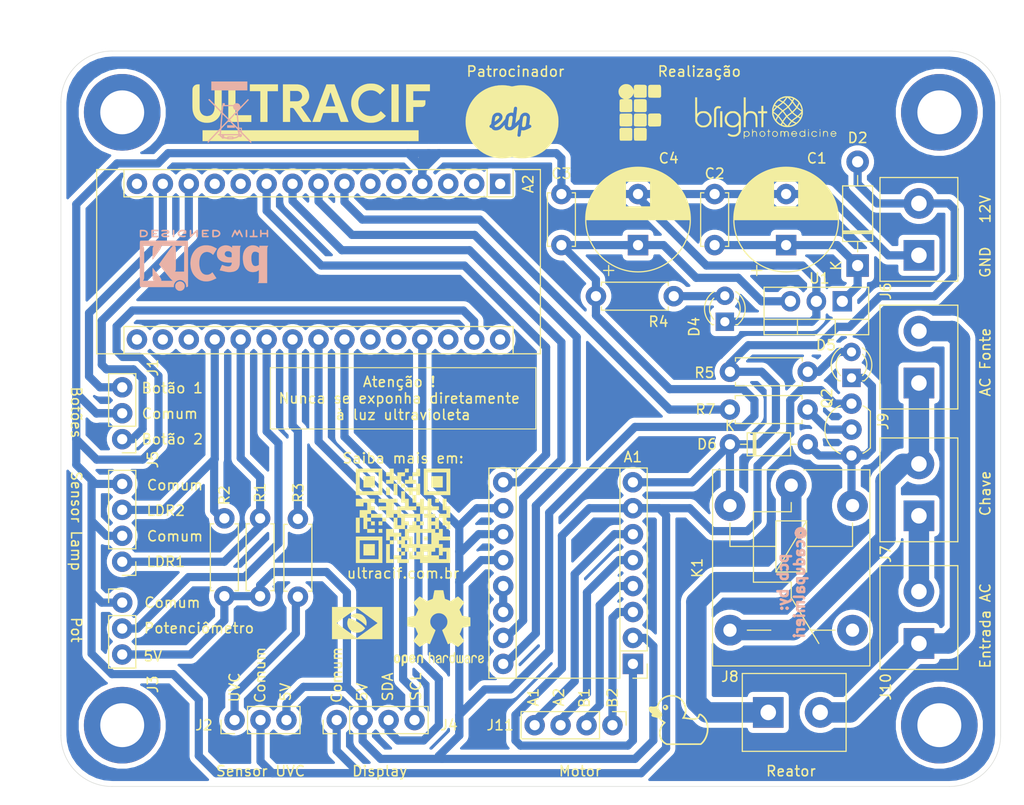
<source format=kicad_pcb>
(kicad_pcb (version 20171130) (host pcbnew "(5.1.5-0-10_14)")
  (layers (0 F.Cu signal hide) (31 B.Cu signal) (34 B.Paste user) (35 F.Paste user) (36 B.SilkS user) (37 F.SilkS user hide) (38 B.Mask user) (39 F.Mask user) (44 Edge.Cuts user))
  (net 0 "")
  (net 1 +12V)
  (net 2 GND)
  (net 3 dir)
  (net 4 step)
  (net 5 "Net-(A1-Pad13)")
  (net 6 "Net-(A1-Pad6)")
  (net 7 "Net-(A1-Pad5)")
  (net 8 "Net-(A1-Pad4)")
  (net 9 "Net-(A1-Pad3)")
  (net 10 +5V)
  (net 11 enable)
  (net 12 lamp)
  (net 13 sda)
  (net 14 scl)
  (net 15 bt1)
  (net 16 bt0)
  (net 17 uv_sens)
  (net 18 pot)
  (net 19 "Net-(C1-Pad1)")
  (net 20 "Net-(D4-Pad2)")
  (net 21 "Net-(D5-Pad2)")
  (net 22 "Net-(D5-Pad1)")
  (net 23 "Net-(Q2-Pad2)")
  (net 24 sensor2)
  (net 25 sensor1)
  (net 26 "Net-(J7-Pad2)")
  (net 27 "Net-(J10-Pad2)")
  (net 28 "Net-(J10-Pad1)")
  (net 29 "Net-(J8-Pad1)")
  (net 30 "Net-(J2-Pad1)")
  (module UltraCif:duck (layer F.Cu) (at 195.5 173.5)
    (fp_text reference G*** hide)
    (fp_text value LOGO hide)
  )
  (module UltraCif:qr (layer F.Cu) (at 168.5 153.5)
    (fp_text reference G*** hide)
    (fp_text value LOGO hide)
  )
  (module Graphics:bandeiraBrasil (layer F.Cu) (at 164 164)
    (fp_text reference G*** hide)
    (fp_text value LOGO hide)
  )
  (module Symbol:KiCad-Logo2_5mm_SilkScreen (layer B.Cu) (at 149 128.5)
    (fp_text reference REF** hide)
    (fp_text value KiCad-Logo2_5mm_SilkScreen hide)
  )
  (module Symbol:WEEE-Logo_4.2x6mm_SilkScreen (layer B.Cu) (at 151.5 114)
    (fp_text reference REF** hide)
    (fp_text value WEEE-Logo_4.2x6mm_SilkScreen hide)
  )
  (module UltraCif:ultra23 (layer F.Cu) (at 159.5 114)
    (fp_text reference G*** hide)
    (fp_text value LOGO hide)
  )
  (module Module:Arduino_Nano (layer F.Cu) (at 178 121 270)
    (fp_text reference A2 (at 0 -2.75 90) (layer F.SilkS))
    (fp_text value Arduino_Nano)
    (pad 16 thru_hole oval (at 15.24 35.56 270) (size 2 2) (drill 1) (layers *.Cu *.Mask))
    (pad 15 thru_hole oval (at 0 35.56 270) (size 2 2) (drill 1) (layers *.Cu *.Mask))
    (pad 30 thru_hole oval (at 15.24 0 270) (size 2 2) (drill 1) (layers *.Cu *.Mask))
    (pad 14 thru_hole oval (at 0 33.02 270) (size 2 2) (drill 1) (layers *.Cu *.Mask) (net 15 bt1))
    (pad 29 thru_hole oval (at 15.24 2.54 270) (size 2 2) (drill 1) (layers *.Cu *.Mask) (net 2 GND))
    (pad 13 thru_hole oval (at 0 30.48 270) (size 2 2) (drill 1) (layers *.Cu *.Mask) (net 16 bt0))
    (pad 28 thru_hole oval (at 15.24 5.08 270) (size 2 2) (drill 1) (layers *.Cu *.Mask))
    (pad 12 thru_hole oval (at 0 27.94 270) (size 2 2) (drill 1) (layers *.Cu *.Mask))
    (pad 27 thru_hole oval (at 15.24 7.62 270) (size 2 2) (drill 1) (layers *.Cu *.Mask) (net 10 +5V))
    (pad 11 thru_hole oval (at 0 25.4 270) (size 2 2) (drill 1) (layers *.Cu *.Mask))
    (pad 26 thru_hole oval (at 15.24 10.16 270) (size 2 2) (drill 1) (layers *.Cu *.Mask))
    (pad 10 thru_hole oval (at 0 22.86 270) (size 2 2) (drill 1) (layers *.Cu *.Mask) (net 11 enable))
    (pad 25 thru_hole oval (at 15.24 12.7 270) (size 2 2) (drill 1) (layers *.Cu *.Mask))
    (pad 9 thru_hole oval (at 0 20.32 270) (size 2 2) (drill 1) (layers *.Cu *.Mask) (net 4 step))
    (pad 24 thru_hole oval (at 15.24 15.24 270) (size 2 2) (drill 1) (layers *.Cu *.Mask) (net 13 sda))
    (pad 8 thru_hole oval (at 0 17.78 270) (size 2 2) (drill 1) (layers *.Cu *.Mask) (net 3 dir))
    (pad 23 thru_hole oval (at 15.24 17.78 270) (size 2 2) (drill 1) (layers *.Cu *.Mask) (net 14 scl))
    (pad 7 thru_hole oval (at 0 15.24 270) (size 2 2) (drill 1) (layers *.Cu *.Mask) (net 12 lamp))
    (pad 22 thru_hole oval (at 15.24 20.32 270) (size 2 2) (drill 1) (layers *.Cu *.Mask) (net 17 uv_sens))
    (pad 6 thru_hole oval (at 0 12.7 270) (size 2 2) (drill 1) (layers *.Cu *.Mask))
    (pad 21 thru_hole oval (at 15.24 22.86 270) (size 2 2) (drill 1) (layers *.Cu *.Mask) (net 18 pot))
    (pad 5 thru_hole oval (at 0 10.16 270) (size 2 2) (drill 1) (layers *.Cu *.Mask))
    (pad 20 thru_hole oval (at 15.24 25.4 270) (size 2 2) (drill 1) (layers *.Cu *.Mask) (net 25 sensor1))
    (pad 4 thru_hole oval (at 0 7.62 270) (size 2 2) (drill 1) (layers *.Cu *.Mask) (net 2 GND))
    (pad 19 thru_hole oval (at 15.24 27.94 270) (size 2 2) (drill 1) (layers *.Cu *.Mask) (net 24 sensor2))
    (pad 3 thru_hole oval (at 0 5.08 270) (size 2 2) (drill 1) (layers *.Cu *.Mask))
    (pad 18 thru_hole oval (at 15.24 30.48 270) (size 2 2) (drill 1) (layers *.Cu *.Mask))
    (pad 2 thru_hole oval (at 0 2.54 270) (size 2 2) (drill 1) (layers *.Cu *.Mask))
    (pad 17 thru_hole oval (at 15.24 33.02 270) (size 2 2) (drill 1) (layers *.Cu *.Mask))
    (pad 1 thru_hole rect (at 0 0 270) (size 2 2) (drill 1) (layers *.Cu *.Mask))
  )
  (module Resistor_THT:R_Axial_DIN0207_L6.3mm_D2.5mm_P7.62mm_Horizontal (layer F.Cu) (at 158.2 153.8 270)
    (fp_text reference R3 (at -2.55 -0.05 90) (layer F.SilkS))
    (fp_text value R)
    (pad 2 thru_hole oval (at 7.62 0 270) (size 2 2) (drill 1) (layers *.Cu *.Mask) (net 30 "Net-(J2-Pad1)"))
    (pad 1 thru_hole oval (at 0 0 270) (size 2 2) (drill 1) (layers *.Cu *.Mask) (net 17 uv_sens))
  )
  (module Connector_PinHeader_2.54mm:PinHeader_1x03_P2.54mm_Vertical (layer F.Cu) (at 141 162)
    (fp_text reference J3 (at 3 8 270) (layer F.SilkS))
    (fp_text value Conn_01x03)
    (pad 3 thru_hole oval (at 0 5.08) (size 2 2) (drill 1) (layers *.Cu *.Mask) (net 10 +5V))
    (pad 2 thru_hole oval (at 0 2.54) (size 2 2) (drill 1) (layers *.Cu *.Mask) (net 18 pot))
    (pad 1 thru_hole oval (at 0 0) (size 2 2) (drill 1) (layers *.Cu *.Mask) (net 2 GND))
  )
  (module Connector_PinHeader_2.54mm:PinHeader_1x04_P2.54mm_Vertical (layer F.Cu) (at 141 158 180)
    (fp_text reference J5 (at -3 10 90) (layer F.SilkS))
    (fp_text value Conn_01x04)
    (pad 4 thru_hole oval (at 0 7.62 180) (size 2 2) (drill 1) (layers *.Cu *.Mask) (net 2 GND))
    (pad 3 thru_hole oval (at 0 5.08 180) (size 2 2) (drill 1) (layers *.Cu *.Mask) (net 24 sensor2))
    (pad 2 thru_hole oval (at 0 2.54 180) (size 2 2) (drill 1) (layers *.Cu *.Mask) (net 2 GND))
    (pad 1 thru_hole oval (at 0 0 180) (size 2 2) (drill 1) (layers *.Cu *.Mask) (net 25 sensor1))
  )
  (module Package_TO_SOT_THT:TO-92_Inline_Wide (layer F.Cu) (at 212.4 147.6 90)
    (fp_text reference Q2 (at 5.6 -2.4 90) (layer F.SilkS))
    (fp_text value BC337)
    (pad 1 thru_hole oval (at 0 0 90) (size 2 2) (drill 1) (layers *.Cu *.Mask) (net 22 "Net-(D5-Pad1)"))
    (pad 3 thru_hole oval (at 5.08 0 90) (size 2 2) (drill 1) (layers *.Cu *.Mask) (net 2 GND))
    (pad 2 thru_hole oval (at 2.54 0 90) (size 2 2) (drill 1) (layers *.Cu *.Mask) (net 23 "Net-(Q2-Pad2)"))
  )
  (module Connector_PinHeader_2.54mm:PinHeader_1x04_P2.54mm_Vertical (layer F.Cu) (at 189 174 270)
    (fp_text reference J11 (at 0 11 180) (layer F.SilkS))
    (fp_text value Conn_01x04)
    (pad 4 thru_hole oval (at 0 7.62 270) (size 2 2) (drill 1) (layers *.Cu *.Mask) (net 6 "Net-(A1-Pad6)"))
    (pad 3 thru_hole oval (at 0 5.08 270) (size 2 2) (drill 1) (layers *.Cu *.Mask) (net 7 "Net-(A1-Pad5)"))
    (pad 2 thru_hole oval (at 0 2.54 270) (size 2 2) (drill 1) (layers *.Cu *.Mask) (net 8 "Net-(A1-Pad4)"))
    (pad 1 thru_hole oval (at 0 0 270) (size 2 2) (drill 1) (layers *.Cu *.Mask) (net 9 "Net-(A1-Pad3)"))
  )
  (module Resistor_THT:R_Axial_DIN0207_L6.3mm_D2.5mm_P7.62mm_Horizontal (layer F.Cu) (at 195 132 180)
    (fp_text reference R4 (at 1.5 -2.5) (layer F.SilkS))
    (fp_text value R)
    (pad 2 thru_hole oval (at 7.62 0 180) (size 2 2) (drill 1) (layers *.Cu *.Mask) (net 10 +5V))
    (pad 1 thru_hole oval (at 0 0 180) (size 2 2) (drill 1) (layers *.Cu *.Mask) (net 20 "Net-(D4-Pad2)"))
  )
  (module Module:Pololu_Breakout-16_15.2x20.3mm (layer F.Cu) (at 191 168 180)
    (fp_text reference A1 (at 0 20.25) (layer F.SilkS))
    (fp_text value Step_Driver)
    (pad 16 thru_hole oval (at 12.7 0 180) (size 2 2) (drill 1) (layers *.Cu *.Mask) (net 3 dir))
    (pad 8 thru_hole oval (at 0 17.78 180) (size 2 2) (drill 1) (layers *.Cu *.Mask) (net 1 +12V))
    (pad 15 thru_hole oval (at 12.7 2.54 180) (size 2 2) (drill 1) (layers *.Cu *.Mask) (net 4 step))
    (pad 7 thru_hole oval (at 0 15.24 180) (size 2 2) (drill 1) (layers *.Cu *.Mask) (net 2 GND))
    (pad 14 thru_hole oval (at 12.7 5.08 180) (size 2 2) (drill 1) (layers *.Cu *.Mask) (net 5 "Net-(A1-Pad13)"))
    (pad 6 thru_hole oval (at 0 12.7 180) (size 2 2) (drill 1) (layers *.Cu *.Mask) (net 6 "Net-(A1-Pad6)"))
    (pad 13 thru_hole oval (at 12.7 7.62 180) (size 2 2) (drill 1) (layers *.Cu *.Mask) (net 5 "Net-(A1-Pad13)"))
    (pad 5 thru_hole oval (at 0 10.16 180) (size 2 2) (drill 1) (layers *.Cu *.Mask) (net 7 "Net-(A1-Pad5)"))
    (pad 12 thru_hole oval (at 12.7 10.16 180) (size 2 2) (drill 1) (layers *.Cu *.Mask) (net 10 +5V))
    (pad 4 thru_hole oval (at 0 7.62 180) (size 2 2) (drill 1) (layers *.Cu *.Mask) (net 8 "Net-(A1-Pad4)"))
    (pad 11 thru_hole oval (at 12.7 12.7 180) (size 2 2) (drill 1) (layers *.Cu *.Mask) (net 10 +5V))
    (pad 3 thru_hole oval (at 0 5.08 180) (size 2 2) (drill 1) (layers *.Cu *.Mask) (net 9 "Net-(A1-Pad3)"))
    (pad 10 thru_hole oval (at 12.7 15.24 180) (size 2 2) (drill 1) (layers *.Cu *.Mask) (net 10 +5V))
    (pad 2 thru_hole oval (at 0 2.54 180) (size 2 2) (drill 1) (layers *.Cu *.Mask) (net 10 +5V))
    (pad 9 thru_hole oval (at 12.7 17.78 180) (size 2 2) (drill 1) (layers *.Cu *.Mask) (net 11 enable))
    (pad 1 thru_hole rect (at 0 0 180) (size 2 2) (drill 1) (layers *.Cu *.Mask) (net 2 GND))
  )
  (module Connector_PinHeader_2.54mm:PinHeader_1x03_P2.54mm_Vertical (layer F.Cu) (at 152 173.5 90)
    (fp_text reference J2 (at -0.5 -3 180) (layer F.SilkS))
    (fp_text value Conn_01x03)
    (pad 3 thru_hole oval (at 0 5.08 90) (size 2 2) (drill 1) (layers *.Cu *.Mask) (net 10 +5V))
    (pad 2 thru_hole oval (at 0 2.54 90) (size 2 2) (drill 1) (layers *.Cu *.Mask) (net 2 GND))
    (pad 1 thru_hole oval (at 0 0 90) (size 2 2) (drill 1) (layers *.Cu *.Mask) (net 30 "Net-(J2-Pad1)"))
  )
  (module Connector_PinHeader_2.54mm:PinHeader_1x03_P2.54mm_Vertical (layer F.Cu) (at 141 146 180)
    (fp_text reference J1 (at -3 7 270) (layer F.SilkS))
    (fp_text value Conn_01x03)
    (pad 3 thru_hole oval (at 0 5.08 180) (size 2 2) (drill 1) (layers *.Cu *.Mask) (net 15 bt1))
    (pad 2 thru_hole oval (at 0 2.54 180) (size 2 2) (drill 1) (layers *.Cu *.Mask) (net 2 GND))
    (pad 1 thru_hole oval (at 0 0 180) (size 2 2) (drill 1) (layers *.Cu *.Mask) (net 16 bt0))
  )
  (module TerminalBlock:TerminalBlock_bornier-2_P5.08mm (layer F.Cu) (at 219 153.5 90)
    (fp_text reference J7 (at -3.75 -3.25 90) (layer F.SilkS))
    (fp_text value Conn_01x02)
    (pad 2 thru_hole circle (at 5.08 0 90) (size 3 3) (drill 1.52) (layers *.Cu *.Mask) (net 26 "Net-(J7-Pad2)"))
    (pad 1 thru_hole rect (at 0 0 90) (size 3 3) (drill 1.52) (layers *.Cu *.Mask) (net 27 "Net-(J10-Pad2)"))
  )
  (module TerminalBlock:TerminalBlock_bornier-2_P5.08mm (layer F.Cu) (at 204.25 172.75)
    (fp_text reference J8 (at -3.75 -3.5) (layer F.SilkS))
    (fp_text value Conn_01x02)
    (pad 2 thru_hole circle (at 5.08 0) (size 3 3) (drill 1.52) (layers *.Cu *.Mask) (net 28 "Net-(J10-Pad1)"))
    (pad 1 thru_hole rect (at 0 0) (size 3 3) (drill 1.52) (layers *.Cu *.Mask) (net 29 "Net-(J8-Pad1)"))
  )
  (module TerminalBlock:TerminalBlock_bornier-2_P5.08mm (layer F.Cu) (at 219 128 90)
    (fp_text reference J6 (at -3.5 -3.25 90) (layer F.SilkS))
    (fp_text value Conn_01x02)
    (pad 2 thru_hole circle (at 5.08 0 90) (size 3 3) (drill 1.52) (layers *.Cu *.Mask) (net 1 +12V))
    (pad 1 thru_hole rect (at 0 0 90) (size 3 3) (drill 1.52) (layers *.Cu *.Mask) (net 2 GND))
  )
  (module TerminalBlock:TerminalBlock_bornier-2_P5.08mm (layer F.Cu) (at 219 140.5 90)
    (fp_text reference J9 (at -3.75 -3.5 90) (layer F.SilkS))
    (fp_text value Conn_01x02)
    (pad 2 thru_hole circle (at 5.08 0 90) (size 3 3) (drill 1.52) (layers *.Cu *.Mask) (net 28 "Net-(J10-Pad1)"))
    (pad 1 thru_hole rect (at 0 0 90) (size 3 3) (drill 1.52) (layers *.Cu *.Mask) (net 26 "Net-(J7-Pad2)"))
  )
  (module TerminalBlock:TerminalBlock_bornier-2_P5.08mm (layer F.Cu) (at 219 166 90)
    (fp_text reference J10 (at -4.25 -3.25 90) (layer F.SilkS))
    (fp_text value Conn_01x02)
    (pad 2 thru_hole circle (at 5.08 0 90) (size 3 3) (drill 1.52) (layers *.Cu *.Mask) (net 27 "Net-(J10-Pad2)"))
    (pad 1 thru_hole rect (at 0 0 90) (size 3 3) (drill 1.52) (layers *.Cu *.Mask) (net 28 "Net-(J10-Pad1)"))
  )
  (module Connector_PinHeader_2.54mm:PinHeader_1x04_P2.54mm_Vertical (layer F.Cu) (at 162 173.5 90)
    (fp_text reference J4 (at -0.5 11 180) (layer F.SilkS))
    (fp_text value Conn_01x04)
    (pad 4 thru_hole oval (at 0 7.62 90) (size 2 2) (drill 1) (layers *.Cu *.Mask) (net 14 scl))
    (pad 3 thru_hole oval (at 0 5.08 90) (size 2 2) (drill 1) (layers *.Cu *.Mask) (net 13 sda))
    (pad 2 thru_hole oval (at 0 2.54 90) (size 2 2) (drill 1) (layers *.Cu *.Mask) (net 10 +5V))
    (pad 1 thru_hole oval (at 0 0 90) (size 2 2) (drill 1) (layers *.Cu *.Mask) (net 2 GND))
  )
  (module UltraCif:bright (layer F.Cu) (at 204 114.5)
    (fp_text reference G*** hide)
    (fp_text value LOGO hide)
  )
  (module UltraCif:if (layer F.Cu) (at 192 114)
    (fp_text reference G*** hide)
    (fp_text value LOGO hide)
  )
  (module Symbol:OSHW-Logo2_9.8x8mm_SilkScreen (layer F.Cu) (at 172 164.5)
    (fp_text reference REF** hide)
    (fp_text value OSHW-Logo2_9.8x8mm_SilkScreen hide)
  )
  (module MountingHole:MountingHole_4.3mm_M4_DIN965_Pad (layer F.Cu) (at 141 174)
    (fp_text reference REF** hide)
    (fp_text value MountingHole_4.3mm_M4_DIN965_Pad)
    (pad 1 thru_hole circle (at 0 0) (size 7.5 7.5) (drill 4.3) (layers *.Cu *.Mask))
  )
  (module MountingHole:MountingHole_4.3mm_M4_DIN965_Pad (layer F.Cu) (at 141 114)
    (fp_text reference REF** hide)
    (fp_text value MountingHole_4.3mm_M4_DIN965_Pad)
    (pad 1 thru_hole circle (at 0 0) (size 7.5 7.5) (drill 4.3) (layers *.Cu *.Mask))
  )
  (module MountingHole:MountingHole_4.3mm_M4_DIN965_Pad (layer F.Cu) (at 221 114)
    (fp_text reference REF** hide)
    (fp_text value MountingHole_4.3mm_M4_DIN965_Pad)
    (pad 1 thru_hole circle (at 0 0) (size 7.5 7.5) (drill 4.3) (layers *.Cu *.Mask))
  )
  (module MountingHole:MountingHole_4.3mm_M4_DIN965_Pad (layer F.Cu) (at 221 174)
    (fp_text reference REF** hide)
    (fp_text value MountingHole_4.3mm_M4_DIN965_Pad)
    (pad 1 thru_hole circle (at 0 0) (size 7.5 7.5) (drill 4.3) (layers *.Cu *.Mask))
  )
  (module UltraCif:edp (layer F.Cu) (at 179 116)
    (fp_text reference G*** hide)
    (fp_text value LOGO hide)
  )
  (module Resistor_THT:R_Axial_DIN0207_L6.3mm_D2.5mm_P7.62mm_Horizontal (layer F.Cu) (at 154.5 153.75 270)
    (fp_text reference R2 (at -2.25 3.5 270) (layer F.SilkS))
    (fp_text value R)
    (pad 2 thru_hole oval (at 7.62 0 270) (size 2 2) (drill 1) (layers *.Cu *.Mask) (net 10 +5V))
    (pad 1 thru_hole oval (at 0 0 270) (size 2 2) (drill 1) (layers *.Cu *.Mask) (net 25 sensor1))
  )
  (module Resistor_THT:R_Axial_DIN0207_L6.3mm_D2.5mm_P7.62mm_Horizontal (layer F.Cu) (at 151 153.75 270)
    (fp_text reference R1 (at -2.5 -3.5 90) (layer F.SilkS))
    (fp_text value R)
    (pad 2 thru_hole oval (at 7.62 0 270) (size 2 2) (drill 1) (layers *.Cu *.Mask) (net 10 +5V))
    (pad 1 thru_hole oval (at 0 0 270) (size 2 2) (drill 1) (layers *.Cu *.Mask) (net 24 sensor2))
  )
  (module Package_TO_SOT_THT:TO-220-3_Vertical (layer F.Cu) (at 211.5 132.5 180)
    (fp_text reference U1 (at 2.25 2.25 180) (layer F.SilkS))
    (fp_text value L7805)
    (pad 3 thru_hole oval (at 5.08 0 180) (size 1.905 2) (drill 1.1) (layers *.Cu *.Mask) (net 10 +5V))
    (pad 2 thru_hole oval (at 2.54 0 180) (size 1.905 2) (drill 1.1) (layers *.Cu *.Mask) (net 2 GND))
    (pad 1 thru_hole rect (at 0 0 180) (size 1.905 2) (drill 1.1) (layers *.Cu *.Mask) (net 19 "Net-(C1-Pad1)"))
  )
  (module Resistor_THT:R_Axial_DIN0207_L6.3mm_D2.5mm_P7.62mm_Horizontal (layer F.Cu) (at 200.5 139.4)
    (fp_text reference R5 (at -2.5 0.1) (layer F.SilkS))
    (fp_text value R)
    (pad 2 thru_hole oval (at 7.62 0) (size 2 2) (drill 1) (layers *.Cu *.Mask) (net 21 "Net-(D5-Pad2)"))
    (pad 1 thru_hole oval (at 0 0) (size 2 2) (drill 1) (layers *.Cu *.Mask) (net 1 +12V))
  )
  (module Diode_THT:D_DO-35_SOD27_P7.62mm_Horizontal (layer F.Cu) (at 200.5 146.5)
    (fp_text reference D6 (at -2.25 0) (layer F.SilkS))
    (fp_text value 1N4148)
    (fp_text user K (at 0 -1.8) (layer F.SilkS))
    (pad 2 thru_hole oval (at 7.62 0) (size 2 2) (drill 1) (layers *.Cu *.Mask) (net 22 "Net-(D5-Pad1)"))
    (pad 1 thru_hole oval (at 0 0) (size 2 2) (drill 1) (layers *.Cu *.Mask) (net 1 +12V))
  )
  (module LED_THT:LED_D3.0mm (layer F.Cu) (at 212.4 140 90)
    (fp_text reference D5 (at 3.2 -2.5 180) (layer F.SilkS))
    (fp_text value LED)
    (pad 2 thru_hole circle (at 2.54 0 90) (size 1.8 1.8) (drill 0.9) (layers *.Cu *.Mask) (net 21 "Net-(D5-Pad2)"))
    (pad 1 thru_hole rect (at 0 0 90) (size 1.8 1.8) (drill 0.9) (layers *.Cu *.Mask) (net 22 "Net-(D5-Pad1)"))
  )
  (module LED_THT:LED_D3.0mm (layer F.Cu) (at 200 134.5 90)
    (fp_text reference D4 (at -0.5 -3 90) (layer F.SilkS))
    (fp_text value LED)
    (pad 2 thru_hole circle (at 2.54 0 90) (size 1.8 1.8) (drill 0.9) (layers *.Cu *.Mask) (net 20 "Net-(D4-Pad2)"))
    (pad 1 thru_hole rect (at 0 0 90) (size 1.8 1.8) (drill 0.9) (layers *.Cu *.Mask) (net 2 GND))
  )
  (module Diode_THT:D_DO-41_SOD81_P10.16mm_Horizontal (layer F.Cu) (at 213 129 90)
    (fp_text reference D2 (at 12.5 0 180) (layer F.SilkS))
    (fp_text value 1N4001)
    (fp_text user K (at 0 -2.1 90) (layer F.SilkS))
    (pad 2 thru_hole oval (at 10.16 0 90) (size 2.2 2.2) (drill 1.1) (layers *.Cu *.Mask) (net 1 +12V))
    (pad 1 thru_hole rect (at 0 0 90) (size 2.2 2.2) (drill 1.1) (layers *.Cu *.Mask) (net 19 "Net-(C1-Pad1)"))
  )
  (module Capacitor_THT:CP_Radial_D10.0mm_P5.00mm (layer F.Cu) (at 191.5 127 90)
    (fp_text reference C4 (at 8.5 3 180) (layer F.SilkS))
    (fp_text value CP)
    (pad 2 thru_hole circle (at 5 0 90) (size 2 2) (drill 1) (layers *.Cu *.Mask) (net 2 GND))
    (pad 1 thru_hole rect (at 0 0 90) (size 2 2) (drill 1) (layers *.Cu *.Mask) (net 10 +5V))
  )
  (module Capacitor_THT:C_Disc_D5.0mm_W2.5mm_P5.00mm (layer F.Cu) (at 184 127 90)
    (fp_text reference C3 (at 7 0 180) (layer F.SilkS))
    (fp_text value C)
    (pad 2 thru_hole oval (at 5 0 90) (size 2 2) (drill 1) (layers *.Cu *.Mask) (net 2 GND))
    (pad 1 thru_hole oval (at 0 0 90) (size 2 2) (drill 1) (layers *.Cu *.Mask) (net 10 +5V))
  )
  (module Capacitor_THT:C_Disc_D5.0mm_W2.5mm_P5.00mm (layer F.Cu) (at 199 127 90)
    (fp_text reference C2 (at 7 0 180) (layer F.SilkS))
    (fp_text value C)
    (pad 2 thru_hole oval (at 5 0 90) (size 2 2) (drill 1) (layers *.Cu *.Mask) (net 2 GND))
    (pad 1 thru_hole oval (at 0 0 90) (size 2 2) (drill 1) (layers *.Cu *.Mask) (net 19 "Net-(C1-Pad1)"))
  )
  (module Capacitor_THT:CP_Radial_D10.0mm_P5.00mm (layer F.Cu) (at 206 127 90)
    (fp_text reference C1 (at 8.5 3 180) (layer F.SilkS))
    (fp_text value CP)
    (pad 2 thru_hole circle (at 5 0 90) (size 2 2) (drill 1) (layers *.Cu *.Mask) (net 2 GND))
    (pad 1 thru_hole rect (at 0 0 90) (size 2 2) (drill 1) (layers *.Cu *.Mask) (net 19 "Net-(C1-Pad1)"))
  )
  (module Resistor_THT:R_Axial_DIN0207_L6.3mm_D2.5mm_P7.62mm_Horizontal (layer F.Cu) (at 208.1 143.1 180)
    (fp_text reference R7 (at 10 0) (layer F.SilkS))
    (fp_text value R)
    (pad 2 thru_hole oval (at 7.62 0 180) (size 2 2) (drill 1) (layers *.Cu *.Mask) (net 12 lamp))
    (pad 1 thru_hole oval (at 0 0 180) (size 2 2) (drill 1) (layers *.Cu *.Mask) (net 23 "Net-(Q2-Pad2)"))
  )
  (module Relay_THT:Relay_SPDT_Finder_36.11 (layer F.Cu) (at 206.5 150.5 270)
    (fp_text reference K1 (at 8.1 9.2 90) (layer F.SilkS))
    (fp_text value FINDER-36.11-4301)
    (pad 11 thru_hole circle (at 0 0 270) (size 3 3) (drill 1.3) (layers *.Cu *.Mask) (net 29 "Net-(J8-Pad1)"))
    (pad A2 thru_hole circle (at 2 -6 270) (size 3 3) (drill 1.3) (layers *.Cu *.Mask) (net 22 "Net-(D5-Pad1)"))
    (pad 12 thru_hole circle (at 14.2 -6 270) (size 3 3) (drill 1.3) (layers *.Cu *.Mask))
    (pad 14 thru_hole circle (at 14.2 6 270) (size 3 3) (drill 1.3) (layers *.Cu *.Mask) (net 26 "Net-(J7-Pad2)"))
    (pad A1 thru_hole circle (at 2 6 270) (size 3 3) (drill 1.3) (layers *.Cu *.Mask) (net 1 +12V))
  )
  (gr_text "pcb by:\n@cadupalmieri" (at 206.5 160 90) (layer B.SilkS) (effects (font (size 1 1) (thickness 0.25)) (justify mirror)))
  (gr_line (start 155.5 145) (end 155.5 139) (layer F.SilkS) (width 0.1))
  (gr_line (start 181.5 145) (end 155.5 145) (layer F.SilkS) (width 0.1))
  (gr_line (start 181.5 139) (end 181.5 145) (layer F.SilkS) (width 0.1))
  (gr_line (start 155.5 139) (end 181.5 139) (layer F.SilkS) (width 0.1))
  (gr_text "Atenção ! \nNunca se exponha diretamente \nà luz ultravioleta" (at 168.5 142) (layer F.SilkS) (effects (font (size 1 1))))
  (gr_text "Saiba mais em:\n\n\n\n\n\n\nultracif.com.br" (at 168.5 153.5) (layer F.SilkS) (effects (font (size 1 1))))
  (gr_text Pot (at 136.5 166 270) (layer F.SilkS) (effects (font (size 1 1)) (justify right)))
  (gr_text "Sensor Lamp" (at 136.5 159 270) (layer F.SilkS) (effects (font (size 1 1)) (justify right)))
  (gr_text Botões (at 136.5 146 270) (layer F.SilkS) (effects (font (size 1 1)) (justify right)))
  (gr_text "Sensor UVC" (at 159 178.5) (layer F.SilkS) (effects (font (size 1 1)) (justify right)))
  (gr_text Display (at 169 178.5) (layer F.SilkS) (effects (font (size 1 1)) (justify right)))
  (gr_text Motor (at 188 178.5) (layer F.SilkS) (effects (font (size 1 1)) (justify right)))
  (gr_text UVC (at 152 168.75 90) (layer F.SilkS) (effects (font (size 1 1)) (justify right)))
  (gr_text "GND   12V" (at 225.5 122 90) (layer F.SilkS) (effects (font (size 1 1)) (justify right)))
  (gr_text "AC Fonte" (at 225.5 135 90) (layer F.SilkS) (effects (font (size 1 1)) (justify right)))
  (gr_text Chave (at 225.5 149 90) (layer F.SilkS) (effects (font (size 1 1)) (justify right)))
  (gr_text "Entrada AC" (at 225.5 160 90) (layer F.SilkS) (effects (font (size 1 1)) (justify right)))
  (gr_text Reator (at 209 178.5) (layer F.SilkS) (effects (font (size 1 1)) (justify right)))
  (gr_text B2 (at 189 170.25 90) (layer F.SilkS) (effects (font (size 1 1)) (justify right)))
  (gr_text B1 (at 186.25 170.25 90) (layer F.SilkS) (effects (font (size 1 1)) (justify right)))
  (gr_text A2 (at 183.75 170.25 90) (layer F.SilkS) (effects (font (size 1 1)) (justify right)))
  (gr_text A1 (at 181.25 170.25 90) (layer F.SilkS) (effects (font (size 1 1)) (justify right)))
  (gr_text SCL (at 169.75 168.75 90) (layer F.SilkS) (effects (font (size 1 1)) (justify right)))
  (gr_text SDA (at 167 168.75 90) (layer F.SilkS) (effects (font (size 1 1)) (justify right)))
  (gr_text Comum (at 162 166.25 90) (layer F.SilkS) (effects (font (size 1 1)) (justify right)))
  (gr_text 5V (at 164.5 169.75 90) (layer F.SilkS) (effects (font (size 1 1)) (justify right)))
  (gr_text 5V (at 157 169.75 90) (layer F.SilkS) (effects (font (size 1 1)) (justify right)))
  (gr_text Comum (at 154.5 166.25 90) (layer F.SilkS) (effects (font (size 1 1)) (justify right)))
  (gr_text 5V (at 145 167.25) (layer F.SilkS) (effects (font (size 1 1)) (justify right)))
  (gr_text Comum (at 148.75 162) (layer F.SilkS) (effects (font (size 1 1)) (justify right)))
  (gr_text Potenciômetro (at 154 164.5) (layer F.SilkS) (effects (font (size 1 1)) (justify right)))
  (gr_text LDR1 (at 147.25 158) (layer F.SilkS) (effects (font (size 1 1)) (justify right)))
  (gr_text Comum (at 149 150.5) (layer F.SilkS) (effects (font (size 1 1)) (justify right)))
  (gr_text Comum (at 149 155.5) (layer F.SilkS) (effects (font (size 1 1)) (justify right)))
  (gr_text LDR2 (at 147.25 153) (layer F.SilkS) (effects (font (size 1 1)) (justify right)))
  (gr_text Comum (at 148.5 143.5) (layer F.SilkS) (effects (font (size 1 1)) (justify right)))
  (gr_text "Botão 2" (at 149 146) (layer F.SilkS) (effects (font (size 1 1)) (justify right)))
  (gr_text "Botão 1" (at 149 141) (layer F.SilkS) (effects (font (size 1 1)) (justify right)))
  (gr_text Realização (at 197.5 110) (layer F.SilkS) (effects (font (size 1 1))))
  (gr_text Patrocinador (at 179.5 110) (layer F.SilkS) (effects (font (size 1 1))))
  (gr_arc (start 140 113) (end 140 108) (angle -90) (layer Edge.Cuts) (width 0.05))
  (gr_arc (start 222 113) (end 227 113) (angle -90) (layer Edge.Cuts) (width 0.05))
  (gr_arc (start 222 175) (end 222 180) (angle -90) (layer Edge.Cuts) (width 0.05))
  (gr_arc (start 140 175) (end 135 175) (angle -90) (layer Edge.Cuts) (width 0.05))
  (gr_line (start 140 108) (end 222 108) (layer Edge.Cuts) (width 0.05))
  (gr_line (start 135 175) (end 135 113) (layer Edge.Cuts) (width 0.05))
  (gr_line (start 222 180) (end 140 180) (layer Edge.Cuts) (width 0.05))
  (gr_line (start 227 113) (end 227 175) (layer Edge.Cuts) (width 0.05))
  (segment (start 213 118.84) (end 213 121) (width 0.8) (layer B.Cu) (net 1))
  (segment (start 214.92 122.92) (end 219 122.92) (width 0.8) (layer B.Cu) (net 1))
  (segment (start 213 121) (end 214.92 122.92) (width 0.8) (layer B.Cu) (net 1))
  (segment (start 200.5 139.4) (end 201.4 139.4) (width 0.8) (layer B.Cu) (net 1))
  (segment (start 200.5 146.5) (end 200.5 152.5) (width 0.8) (layer B.Cu) (net 1))
  (segment (start 196.78 150.22) (end 200.5 146.5) (width 0.8) (layer B.Cu) (net 1))
  (segment (start 191 150.22) (end 196.78 150.22) (width 0.8) (layer B.Cu) (net 1))
  (segment (start 205 144.8) (end 205 140.8) (width 0.8) (layer B.Cu) (net 1))
  (segment (start 203.3 146.5) (end 205 144.8) (width 0.8) (layer B.Cu) (net 1))
  (segment (start 200.5 146.5) (end 203.3 146.5) (width 0.8) (layer B.Cu) (net 1))
  (segment (start 203.6 139.4) (end 205 140.8) (width 0.8) (layer B.Cu) (net 1))
  (segment (start 200.5 139.4) (end 203.6 139.4) (width 0.8) (layer B.Cu) (net 1))
  (segment (start 222.5 123.5) (end 221.92 122.92) (width 0.8) (layer B.Cu) (net 1))
  (segment (start 215.2 132) (end 220.5 132) (width 0.8) (layer B.Cu) (net 1))
  (segment (start 221.92 122.92) (end 219 122.92) (width 0.8) (layer B.Cu) (net 1))
  (segment (start 211 135) (end 212.2 135) (width 0.8) (layer B.Cu) (net 1))
  (segment (start 209.2 136.8) (end 211 135) (width 0.8) (layer B.Cu) (net 1))
  (segment (start 212.2 135) (end 215.2 132) (width 0.8) (layer B.Cu) (net 1))
  (segment (start 200.5 139.4) (end 200.5 138.6) (width 0.8) (layer B.Cu) (net 1))
  (segment (start 202.3 136.8) (end 209.2 136.8) (width 0.8) (layer B.Cu) (net 1))
  (segment (start 222.5 130) (end 222.5 123.5) (width 0.8) (layer B.Cu) (net 1))
  (segment (start 220.5 132) (end 222.5 130) (width 0.8) (layer B.Cu) (net 1))
  (segment (start 200.5 138.6) (end 202.3 136.8) (width 0.8) (layer B.Cu) (net 1))
  (segment (start 205 140.8) (end 203.7 139.5) (width 0.8) (layer B.Cu) (net 1))
  (segment (start 184 122) (end 191.5 122) (width 0.8) (layer B.Cu) (net 2))
  (segment (start 191.5 122) (end 199 122) (width 0.8) (layer B.Cu) (net 2))
  (segment (start 199 122) (end 206 122) (width 0.8) (layer B.Cu) (net 2))
  (segment (start 206 122) (end 210 122) (width 0.8) (layer B.Cu) (net 2))
  (segment (start 216 128) (end 219 128) (width 0.8) (layer B.Cu) (net 2))
  (segment (start 210 122) (end 216 128) (width 0.8) (layer B.Cu) (net 2))
  (segment (start 200 134.5) (end 208.5 134.5) (width 0.8) (layer B.Cu) (net 2))
  (segment (start 208.96 134.04) (end 208.96 132.5) (width 0.8) (layer B.Cu) (net 2))
  (segment (start 208.5 134.5) (end 208.96 134.04) (width 0.8) (layer B.Cu) (net 2))
  (segment (start 162 176.5) (end 162 173.5) (width 0.8) (layer B.Cu) (net 2))
  (segment (start 196.56 152.76) (end 191 152.76) (width 0.8) (layer B.Cu) (net 2))
  (segment (start 198.8 155) (end 196.56 152.76) (width 0.8) (layer B.Cu) (net 2))
  (segment (start 202.2 155) (end 198.8 155) (width 0.8) (layer B.Cu) (net 2))
  (segment (start 203.2 154) (end 202.2 155) (width 0.8) (layer B.Cu) (net 2))
  (segment (start 203.2 148.6) (end 203.2 154) (width 0.8) (layer B.Cu) (net 2))
  (segment (start 212.4 142.52) (end 210.72 142.52) (width 0.8) (layer B.Cu) (net 2))
  (segment (start 207.4 141.2) (end 206.4 142.2) (width 0.8) (layer B.Cu) (net 2))
  (segment (start 209.4 141.2) (end 207.4 141.2) (width 0.8) (layer B.Cu) (net 2))
  (segment (start 206.4 145.4) (end 203.2 148.6) (width 0.8) (layer B.Cu) (net 2))
  (segment (start 210.72 142.52) (end 209.4 141.2) (width 0.8) (layer B.Cu) (net 2))
  (segment (start 206.4 142.2) (end 206.4 145.4) (width 0.8) (layer B.Cu) (net 2))
  (segment (start 208.96 132.5) (end 208.96 130.36) (width 0.8) (layer B.Cu) (net 2))
  (segment (start 208.96 130.36) (end 207.6 129) (width 0.8) (layer B.Cu) (net 2))
  (segment (start 207.6 129) (end 198.2 129) (width 0.8) (layer B.Cu) (net 2))
  (segment (start 191.5 122.3) (end 191.5 122) (width 0.8) (layer B.Cu) (net 2))
  (segment (start 198.2 129) (end 191.5 122.3) (width 0.8) (layer B.Cu) (net 2))
  (segment (start 141 143.46) (end 138.54 143.46) (width 0.8) (layer B.Cu) (net 2))
  (segment (start 186.74 152.76) (end 191 152.76) (width 0.8) (layer B.Cu) (net 2))
  (segment (start 184.05 155.45) (end 186.74 152.76) (width 0.8) (layer B.Cu) (net 2))
  (segment (start 184.05 168.45) (end 184.05 155.45) (width 0.8) (layer B.Cu) (net 2))
  (segment (start 179.5 173) (end 184.05 168.45) (width 0.8) (layer B.Cu) (net 2))
  (segment (start 179.5 175.5) (end 179.5 173) (width 0.8) (layer B.Cu) (net 2))
  (segment (start 180 176) (end 179.5 175.5) (width 0.8) (layer B.Cu) (net 2))
  (segment (start 190.5 176) (end 180 176) (width 0.8) (layer B.Cu) (net 2))
  (segment (start 191 175.5) (end 190.5 176) (width 0.8) (layer B.Cu) (net 2))
  (segment (start 191 168) (end 191 175.5) (width 0.8) (layer B.Cu) (net 2))
  (segment (start 164.2 178.7) (end 162 176.5) (width 0.8) (layer B.Cu) (net 2))
  (segment (start 138.5 143.5) (end 138.54 143.46) (width 0.8) (layer B.Cu) (net 2))
  (segment (start 141 155.46) (end 139.46 155.46) (width 0.8) (layer B.Cu) (net 2))
  (segment (start 138 154) (end 138 150) (width 0.8) (layer B.Cu) (net 2))
  (segment (start 139.46 155.46) (end 138 154) (width 0.8) (layer B.Cu) (net 2))
  (segment (start 139 162) (end 138 161) (width 0.8) (layer B.Cu) (net 2))
  (segment (start 138 161) (end 138 154) (width 0.8) (layer B.Cu) (net 2))
  (segment (start 141 162) (end 139 162) (width 0.8) (layer B.Cu) (net 2))
  (segment (start 138.38 150.38) (end 138 150) (width 0.8) (layer B.Cu) (net 2))
  (segment (start 141 150.38) (end 138.38 150.38) (width 0.8) (layer B.Cu) (net 2))
  (segment (start 138.46 143.46) (end 136.5 141.5) (width 0.8) (layer B.Cu) (net 2))
  (segment (start 141 143.46) (end 138.46 143.46) (width 0.8) (layer B.Cu) (net 2))
  (segment (start 138 150) (end 136.5 148.5) (width 0.8) (layer B.Cu) (net 2))
  (segment (start 136.5 148.5) (end 136.5 146) (width 0.8) (layer B.Cu) (net 2))
  (segment (start 136.5 146) (end 136.5 141.5) (width 0.8) (layer B.Cu) (net 2))
  (segment (start 184 118.5) (end 183.5 118) (width 0.8) (layer B.Cu) (net 2))
  (segment (start 184 122) (end 184 118.5) (width 0.8) (layer B.Cu) (net 2))
  (segment (start 170.38 119.38) (end 169 118) (width 0.8) (layer B.Cu) (net 2))
  (segment (start 170.38 121) (end 170.38 119.38) (width 0.8) (layer B.Cu) (net 2))
  (segment (start 170.38 118.62) (end 171 118) (width 0.8) (layer B.Cu) (net 2))
  (segment (start 170.38 121) (end 170.38 118.62) (width 0.8) (layer B.Cu) (net 2))
  (segment (start 171 118) (end 169 118) (width 0.8) (layer B.Cu) (net 2))
  (segment (start 170.38 119.62) (end 172 118) (width 0.8) (layer B.Cu) (net 2))
  (segment (start 172 118) (end 171 118) (width 0.8) (layer B.Cu) (net 2))
  (segment (start 170.38 121) (end 170.38 119.62) (width 0.8) (layer B.Cu) (net 2))
  (segment (start 183.5 118) (end 172 118) (width 0.8) (layer B.Cu) (net 2))
  (segment (start 164.2 178.7) (end 155.7 178.7) (width 0.8) (layer B.Cu) (net 2))
  (segment (start 154.54 177.54) (end 154.54 173.5) (width 0.8) (layer B.Cu) (net 2))
  (segment (start 155.7 178.7) (end 154.54 177.54) (width 0.8) (layer B.Cu) (net 2))
  (segment (start 191.8 178.7) (end 164.2 178.7) (width 0.8) (layer B.Cu) (net 2))
  (segment (start 194.25 153.45) (end 194.25 176.25) (width 0.8) (layer B.Cu) (net 2))
  (segment (start 193.56 152.76) (end 194.25 153.45) (width 0.8) (layer B.Cu) (net 2))
  (segment (start 194.25 176.25) (end 191.8 178.7) (width 0.8) (layer B.Cu) (net 2))
  (segment (start 191 152.76) (end 193.56 152.76) (width 0.8) (layer B.Cu) (net 2))
  (segment (start 148.5 177) (end 150.2 178.7) (width 0.8) (layer B.Cu) (net 2))
  (segment (start 150.2 178.7) (end 164.2 178.7) (width 0.8) (layer B.Cu) (net 2))
  (segment (start 148.5 171.5) (end 148.5 177) (width 0.8) (layer B.Cu) (net 2))
  (segment (start 146 169) (end 148.5 171.5) (width 0.8) (layer B.Cu) (net 2))
  (segment (start 140 169) (end 146 169) (width 0.8) (layer B.Cu) (net 2))
  (segment (start 138 167) (end 140 169) (width 0.8) (layer B.Cu) (net 2))
  (segment (start 138 161) (end 138 167) (width 0.8) (layer B.Cu) (net 2))
  (segment (start 140.5 119) (end 136.5 123) (width 0.8) (layer B.Cu) (net 2))
  (segment (start 144.5 119) (end 140.5 119) (width 0.8) (layer B.Cu) (net 2))
  (segment (start 145.5 118) (end 144.5 119) (width 0.8) (layer B.Cu) (net 2))
  (segment (start 136.5 123) (end 136.5 141.5) (width 0.8) (layer B.Cu) (net 2))
  (segment (start 169 118) (end 145.5 118) (width 0.8) (layer B.Cu) (net 2))
  (segment (start 138.5 148) (end 136.5 146) (width 0.8) (layer B.Cu) (net 2))
  (segment (start 143 148) (end 138.5 148) (width 0.8) (layer B.Cu) (net 2))
  (segment (start 175.46 136.24) (end 175.46 134.46) (width 0.8) (layer B.Cu) (net 2))
  (segment (start 144.55 146.45) (end 143 148) (width 0.8) (layer B.Cu) (net 2))
  (segment (start 144.55 139.8) (end 144.55 146.45) (width 0.8) (layer B.Cu) (net 2))
  (segment (start 142.7 137.95) (end 144.55 139.8) (width 0.8) (layer B.Cu) (net 2))
  (segment (start 141.05 137.95) (end 142.7 137.95) (width 0.8) (layer B.Cu) (net 2))
  (segment (start 140.45 137.35) (end 141.05 137.95) (width 0.8) (layer B.Cu) (net 2))
  (segment (start 140.45 134.95) (end 140.45 137.35) (width 0.8) (layer B.Cu) (net 2))
  (segment (start 142 133.4) (end 140.45 134.95) (width 0.8) (layer B.Cu) (net 2))
  (segment (start 174.4 133.4) (end 142 133.4) (width 0.8) (layer B.Cu) (net 2))
  (segment (start 175.46 134.46) (end 174.4 133.4) (width 0.8) (layer B.Cu) (net 2))
  (segment (start 160.22 122.72) (end 160.22 121) (width 0.8) (layer B.Cu) (net 3))
  (segment (start 163.5 126) (end 160.22 122.72) (width 0.8) (layer B.Cu) (net 3))
  (segment (start 175.5 126) (end 163.5 126) (width 0.8) (layer B.Cu) (net 3))
  (segment (start 185.5 136) (end 175.5 126) (width 0.8) (layer B.Cu) (net 3))
  (segment (start 181.5 165) (end 181.5 152.5) (width 0.8) (layer B.Cu) (net 3))
  (segment (start 185.5 148.5) (end 185.5 136) (width 0.8) (layer B.Cu) (net 3))
  (segment (start 178.3 168) (end 178.5 168) (width 0.8) (layer B.Cu) (net 3))
  (segment (start 181.5 152.5) (end 185.5 148.5) (width 0.8) (layer B.Cu) (net 3))
  (segment (start 178.5 168) (end 181.5 165) (width 0.8) (layer B.Cu) (net 3))
  (segment (start 157.68 122.68) (end 157.68 121) (width 0.8) (layer B.Cu) (net 4))
  (segment (start 162.5 127.5) (end 157.68 122.68) (width 0.8) (layer B.Cu) (net 4))
  (segment (start 175 127.5) (end 162.5 127.5) (width 0.8) (layer B.Cu) (net 4))
  (segment (start 184 136.5) (end 175 127.5) (width 0.8) (layer B.Cu) (net 4))
  (segment (start 184 148) (end 184 136.5) (width 0.8) (layer B.Cu) (net 4))
  (segment (start 180.25 151.75) (end 184 148) (width 0.8) (layer B.Cu) (net 4))
  (segment (start 180.25 163.75) (end 180.25 151.75) (width 0.8) (layer B.Cu) (net 4))
  (segment (start 178.54 165.46) (end 180.25 163.75) (width 0.8) (layer B.Cu) (net 4))
  (segment (start 178.3 165.46) (end 178.54 165.46) (width 0.8) (layer B.Cu) (net 4))
  (segment (start 178.3 160.38) (end 178.3 162.92) (width 0.8) (layer B.Cu) (net 5))
  (segment (start 189.2 155.3) (end 191 155.3) (width 0.8) (layer B.Cu) (net 6))
  (segment (start 185.29999 159.20001) (end 189.2 155.3) (width 0.8) (layer B.Cu) (net 6))
  (segment (start 185.29999 169.70001) (end 185.29999 159.20001) (width 0.8) (layer B.Cu) (net 6))
  (segment (start 181.38 173.62) (end 185.29999 169.70001) (width 0.8) (layer B.Cu) (net 6))
  (segment (start 181.38 174) (end 181.38 173.62) (width 0.8) (layer B.Cu) (net 6))
  (segment (start 189.66 157.84) (end 191 157.84) (width 0.8) (layer B.Cu) (net 7))
  (segment (start 186.5 161) (end 189.66 157.84) (width 0.8) (layer B.Cu) (net 7))
  (segment (start 186.5 170.9) (end 186.5 161) (width 0.8) (layer B.Cu) (net 7))
  (segment (start 183.92 173.48) (end 186.5 170.9) (width 0.8) (layer B.Cu) (net 7))
  (segment (start 183.92 174) (end 183.92 173.48) (width 0.8) (layer B.Cu) (net 7))
  (segment (start 187.75 162.25) (end 189.62 160.38) (width 0.8) (layer B.Cu) (net 8))
  (segment (start 189.62 160.38) (end 191 160.38) (width 0.8) (layer B.Cu) (net 8))
  (segment (start 187.75 172.04999) (end 187.75 162.25) (width 0.8) (layer B.Cu) (net 8))
  (segment (start 186.46 173.33999) (end 187.75 172.04999) (width 0.8) (layer B.Cu) (net 8))
  (segment (start 186.46 174) (end 186.46 173.33999) (width 0.8) (layer B.Cu) (net 8))
  (segment (start 189.58 162.92) (end 191 162.92) (width 0.8) (layer B.Cu) (net 9))
  (segment (start 189 163.5) (end 189.58 162.92) (width 0.8) (layer B.Cu) (net 9))
  (segment (start 189 174) (end 189 163.5) (width 0.8) (layer B.Cu) (net 9))
  (segment (start 184 127) (end 191.5 127) (width 0.8) (layer B.Cu) (net 10))
  (segment (start 190.2 127) (end 191.5 127) (width 0.8) (layer B.Cu) (net 10))
  (segment (start 172 177) (end 174 175) (width 0.8) (layer B.Cu) (net 10))
  (segment (start 174 175) (end 174 160) (width 0.8) (layer B.Cu) (net 10))
  (segment (start 176.16 157.84) (end 178.3 157.84) (width 0.8) (layer B.Cu) (net 10))
  (segment (start 174 160) (end 176.16 157.84) (width 0.8) (layer B.Cu) (net 10))
  (segment (start 174 157) (end 174 160) (width 0.8) (layer B.Cu) (net 10))
  (segment (start 178.3 152.76) (end 175.74 152.76) (width 0.8) (layer B.Cu) (net 10))
  (segment (start 174 154.5) (end 174 157) (width 0.8) (layer B.Cu) (net 10))
  (segment (start 175.74 152.76) (end 174 154.5) (width 0.8) (layer B.Cu) (net 10))
  (segment (start 187.38 130.38) (end 184 127) (width 0.8) (layer B.Cu) (net 10))
  (segment (start 187.38 132) (end 187.38 130.38) (width 0.8) (layer B.Cu) (net 10))
  (segment (start 173.9 154.5) (end 174 154.5) (width 0.8) (layer B.Cu) (net 10))
  (segment (start 170.38 150.98) (end 173.9 154.5) (width 0.8) (layer B.Cu) (net 10))
  (segment (start 170.38 136.24) (end 170.38 150.98) (width 0.8) (layer B.Cu) (net 10))
  (segment (start 174.2 157) (end 174 157) (width 0.8) (layer B.Cu) (net 10))
  (segment (start 175.9 155.3) (end 174.2 157) (width 0.8) (layer B.Cu) (net 10))
  (segment (start 178.3 155.3) (end 175.9 155.3) (width 0.8) (layer B.Cu) (net 10))
  (segment (start 164.54 175.54) (end 166.3 177.3) (width 0.8) (layer B.Cu) (net 10))
  (segment (start 164.54 173.5) (end 164.54 175.54) (width 0.8) (layer B.Cu) (net 10))
  (segment (start 172.3 177.3) (end 172 177) (width 0.8) (layer B.Cu) (net 10))
  (segment (start 172.3 177.3) (end 166.3 177.3) (width 0.8) (layer B.Cu) (net 10))
  (segment (start 158.75 170.25) (end 157.08 171.92) (width 0.8) (layer B.Cu) (net 10))
  (segment (start 163 170.25) (end 158.75 170.25) (width 0.8) (layer B.Cu) (net 10))
  (segment (start 157.08 171.92) (end 157.08 173.5) (width 0.8) (layer B.Cu) (net 10))
  (segment (start 164.54 171.79) (end 163 170.25) (width 0.8) (layer B.Cu) (net 10))
  (segment (start 164.54 173.5) (end 164.54 171.79) (width 0.8) (layer B.Cu) (net 10))
  (segment (start 141 167.08) (end 147.67 167.08) (width 0.8) (layer B.Cu) (net 10))
  (segment (start 154.5 161.37) (end 151 161.37) (width 0.8) (layer B.Cu) (net 10))
  (segment (start 151 163.75) (end 147.67 167.08) (width 0.8) (layer B.Cu) (net 10))
  (segment (start 151 161.37) (end 151 163.75) (width 0.8) (layer B.Cu) (net 10))
  (segment (start 163 161) (end 163 170.25) (width 0.8) (layer B.Cu) (net 10))
  (segment (start 161 159) (end 163 161) (width 0.8) (layer B.Cu) (net 10))
  (segment (start 154.5 160.3) (end 155.8 159) (width 0.8) (layer B.Cu) (net 10))
  (segment (start 155.8 159) (end 161 159) (width 0.8) (layer B.Cu) (net 10))
  (segment (start 154.5 161.37) (end 154.5 160.3) (width 0.8) (layer B.Cu) (net 10))
  (segment (start 191.2 177.3) (end 172.3 177.3) (width 0.8) (layer B.Cu) (net 10))
  (segment (start 193 175.5) (end 191.2 177.3) (width 0.8) (layer B.Cu) (net 10))
  (segment (start 193 166.25) (end 193 175.5) (width 0.8) (layer B.Cu) (net 10))
  (segment (start 192.21 165.46) (end 193 166.25) (width 0.8) (layer B.Cu) (net 10))
  (segment (start 191 165.46) (end 192.21 165.46) (width 0.8) (layer B.Cu) (net 10))
  (segment (start 194 127) (end 191.5 127) (width 0.8) (layer B.Cu) (net 10))
  (segment (start 203.6 132.5) (end 201.3 130.2) (width 0.8) (layer B.Cu) (net 10))
  (segment (start 197.2 130.2) (end 194 127) (width 0.8) (layer B.Cu) (net 10))
  (segment (start 201.3 130.2) (end 197.2 130.2) (width 0.8) (layer B.Cu) (net 10))
  (segment (start 206.42 132.5) (end 203.6 132.5) (width 0.8) (layer B.Cu) (net 10))
  (segment (start 174 173) (end 174 175) (width 0.8) (layer B.Cu) (net 10))
  (segment (start 176.5 170.5) (end 174 173) (width 0.8) (layer B.Cu) (net 10))
  (segment (start 179 170.5) (end 176.5 170.5) (width 0.8) (layer B.Cu) (net 10))
  (segment (start 182.79999 166.70001) (end 179 170.5) (width 0.8) (layer B.Cu) (net 10))
  (segment (start 182.79999 153.20001) (end 182.79999 166.70001) (width 0.8) (layer B.Cu) (net 10))
  (segment (start 201.8 144.8) (end 191.2 144.8) (width 0.8) (layer B.Cu) (net 10))
  (segment (start 202.9 143.7) (end 201.8 144.8) (width 0.8) (layer B.Cu) (net 10))
  (segment (start 191.2 144.8) (end 182.79999 153.20001) (width 0.8) (layer B.Cu) (net 10))
  (segment (start 202.9 142.2) (end 202.9 143.7) (width 0.8) (layer B.Cu) (net 10))
  (segment (start 201.8 141.1) (end 202.9 142.2) (width 0.8) (layer B.Cu) (net 10))
  (segment (start 194.6 141.1) (end 201.8 141.1) (width 0.8) (layer B.Cu) (net 10))
  (segment (start 187.38 133.88) (end 194.6 141.1) (width 0.8) (layer B.Cu) (net 10))
  (segment (start 187.38 132) (end 187.38 133.88) (width 0.8) (layer B.Cu) (net 10))
  (segment (start 155.14 123.64) (end 155.14 121) (width 0.8) (layer B.Cu) (net 11))
  (segment (start 160.5 129) (end 155.14 123.64) (width 0.8) (layer B.Cu) (net 11))
  (segment (start 174.5 129) (end 160.5 129) (width 0.8) (layer B.Cu) (net 11))
  (segment (start 182.5 137) (end 174.5 129) (width 0.8) (layer B.Cu) (net 11))
  (segment (start 182.5 147.5) (end 182.5 137) (width 0.8) (layer B.Cu) (net 11))
  (segment (start 179.78 150.22) (end 182.5 147.5) (width 0.8) (layer B.Cu) (net 11))
  (segment (start 178.3 150.22) (end 179.78 150.22) (width 0.8) (layer B.Cu) (net 11))
  (segment (start 162.76 121) (end 162.76 122.76) (width 0.8) (layer B.Cu) (net 12))
  (segment (start 162.76 122.76) (end 164.5 124.5) (width 0.8) (layer B.Cu) (net 12))
  (segment (start 164.5 124.5) (end 176 124.5) (width 0.8) (layer B.Cu) (net 12))
  (segment (start 194.6 143.1) (end 200.48 143.1) (width 0.8) (layer B.Cu) (net 12))
  (segment (start 176 124.5) (end 194.6 143.1) (width 0.8) (layer B.Cu) (net 12))
  (segment (start 162.76 145.76) (end 162.76 136.24) (width 0.8) (layer B.Cu) (net 13))
  (segment (start 170 153) (end 162.76 145.76) (width 0.8) (layer B.Cu) (net 13))
  (segment (start 170 167.5) (end 170 153) (width 0.8) (layer B.Cu) (net 13))
  (segment (start 172 169.5) (end 170 167.5) (width 0.8) (layer B.Cu) (net 13))
  (segment (start 172 174) (end 172 169.5) (width 0.8) (layer B.Cu) (net 13))
  (segment (start 170.5 175.5) (end 172 174) (width 0.8) (layer B.Cu) (net 13))
  (segment (start 168 175.5) (end 170.5 175.5) (width 0.8) (layer B.Cu) (net 13))
  (segment (start 167.08 174.58) (end 168 175.5) (width 0.8) (layer B.Cu) (net 13))
  (segment (start 167.08 173.5) (end 167.08 174.58) (width 0.8) (layer B.Cu) (net 13))
  (segment (start 169.62 170.62) (end 169.62 173.5) (width 0.8) (layer B.Cu) (net 14))
  (segment (start 168.5 154.5) (end 168.5 169.5) (width 0.8) (layer B.Cu) (net 14))
  (segment (start 168.5 169.5) (end 169.62 170.62) (width 0.8) (layer B.Cu) (net 14))
  (segment (start 160.22 146.22) (end 168.5 154.5) (width 0.8) (layer B.Cu) (net 14))
  (segment (start 160.22 136.24) (end 160.22 146.22) (width 0.8) (layer B.Cu) (net 14))
  (segment (start 137.75 133.65) (end 144.98 126.42) (width 0.8) (layer B.Cu) (net 15))
  (segment (start 144.98 126.42) (end 144.98 121) (width 0.8) (layer B.Cu) (net 15))
  (segment (start 138.82 140.92) (end 137.75 139.85) (width 0.8) (layer B.Cu) (net 15))
  (segment (start 137.75 139.85) (end 137.75 133.65) (width 0.8) (layer B.Cu) (net 15))
  (segment (start 141 140.92) (end 138.82 140.92) (width 0.8) (layer B.Cu) (net 15))
  (segment (start 139 138.7) (end 139 134.4) (width 0.8) (layer B.Cu) (net 16))
  (segment (start 143 140.07) (end 142.09 139.16) (width 0.8) (layer B.Cu) (net 16))
  (segment (start 147.52 125.88) (end 147.52 121) (width 0.8) (layer B.Cu) (net 16))
  (segment (start 142.09 139.16) (end 139.46 139.16) (width 0.8) (layer B.Cu) (net 16))
  (segment (start 139.46 139.16) (end 139 138.7) (width 0.8) (layer B.Cu) (net 16))
  (segment (start 143 145) (end 143 140.07) (width 0.8) (layer B.Cu) (net 16))
  (segment (start 142 146) (end 143 145) (width 0.8) (layer B.Cu) (net 16))
  (segment (start 141 146) (end 142 146) (width 0.8) (layer B.Cu) (net 16))
  (segment (start 139 134.4) (end 147.52 125.88) (width 0.8) (layer B.Cu) (net 16))
  (segment (start 157.68 144.68) (end 157.68 136.24) (width 0.8) (layer B.Cu) (net 17))
  (segment (start 158.2 145.2) (end 157.68 144.68) (width 0.8) (layer B.Cu) (net 17))
  (segment (start 158.2 153.8) (end 158.2 145.2) (width 0.8) (layer B.Cu) (net 17))
  (segment (start 142.46 164.54) (end 141 164.54) (width 0.8) (layer B.Cu) (net 18))
  (segment (start 147.5 159.5) (end 142.46 164.54) (width 0.8) (layer B.Cu) (net 18))
  (segment (start 155.14 136.24) (end 155.14 145.24) (width 0.8) (layer B.Cu) (net 18))
  (segment (start 156.3 156.2) (end 153 159.5) (width 0.8) (layer B.Cu) (net 18))
  (segment (start 153 159.5) (end 147.5 159.5) (width 0.8) (layer B.Cu) (net 18))
  (segment (start 155.14 145.24) (end 156.3 146.4) (width 0.8) (layer B.Cu) (net 18))
  (segment (start 156.3 146.4) (end 156.3 156.2) (width 0.8) (layer B.Cu) (net 18))
  (segment (start 211 127) (end 213 129) (width 0.8) (layer B.Cu) (net 19))
  (segment (start 206 127) (end 211 127) (width 0.8) (layer B.Cu) (net 19))
  (segment (start 206 127) (end 199 127) (width 0.8) (layer B.Cu) (net 19))
  (segment (start 213 131) (end 211.5 132.5) (width 0.8) (layer B.Cu) (net 19))
  (segment (start 213 129) (end 213 131) (width 0.8) (layer B.Cu) (net 19))
  (segment (start 199.96 132) (end 200 131.96) (width 0.8) (layer B.Cu) (net 20))
  (segment (start 195 132) (end 199.96 132) (width 0.8) (layer B.Cu) (net 20))
  (segment (start 209.2 139.4) (end 208.12 139.4) (width 0.8) (layer B.Cu) (net 21))
  (segment (start 211.14 137.46) (end 209.2 139.4) (width 0.8) (layer B.Cu) (net 21))
  (segment (start 212.4 137.46) (end 211.14 137.46) (width 0.8) (layer B.Cu) (net 21))
  (segment (start 209.22 147.6) (end 208.12 146.5) (width 0.8) (layer B.Cu) (net 22))
  (segment (start 212.4 147.6) (end 209.22 147.6) (width 0.8) (layer B.Cu) (net 22))
  (segment (start 212.4 152.4) (end 212.5 152.5) (width 0.8) (layer B.Cu) (net 22))
  (segment (start 212.4 147.6) (end 212.4 152.4) (width 0.8) (layer B.Cu) (net 22))
  (segment (start 212.4 140) (end 213.6 140) (width 0.8) (layer B.Cu) (net 22))
  (segment (start 213.6 140) (end 214.4 140.8) (width 0.8) (layer B.Cu) (net 22))
  (segment (start 214.4 140.8) (end 214.4 147) (width 0.8) (layer B.Cu) (net 22))
  (segment (start 213.8 147.6) (end 212.4 147.6) (width 0.8) (layer B.Cu) (net 22))
  (segment (start 214.4 147) (end 213.8 147.6) (width 0.8) (layer B.Cu) (net 22))
  (segment (start 210.06 145.06) (end 208.1 143.1) (width 0.8) (layer B.Cu) (net 23))
  (segment (start 212.4 145.06) (end 210.06 145.06) (width 0.8) (layer B.Cu) (net 23))
  (segment (start 150.06 136.24) (end 150.06 147.94) (width 0.8) (layer B.Cu) (net 24))
  (segment (start 141 152.92) (end 145.08 152.92) (width 0.8) (layer B.Cu) (net 24))
  (segment (start 150 148) (end 150.06 147.94) (width 0.8) (layer B.Cu) (net 24))
  (segment (start 145.08 152.92) (end 150 148) (width 0.8) (layer B.Cu) (net 24))
  (segment (start 150.75 153.75) (end 150 153) (width 0.8) (layer B.Cu) (net 24))
  (segment (start 150 153) (end 150 148) (width 0.8) (layer B.Cu) (net 24))
  (segment (start 151 153.75) (end 150.75 153.75) (width 0.8) (layer B.Cu) (net 24))
  (segment (start 154.5 153.75) (end 154.5 149.75) (width 0.8) (layer B.Cu) (net 25))
  (segment (start 152.6 147.85) (end 152.6 136.24) (width 0.8) (layer B.Cu) (net 25))
  (segment (start 154.5 149.75) (end 152.6 147.85) (width 0.8) (layer B.Cu) (net 25))
  (segment (start 154.5 154.5) (end 154.5 153.75) (width 0.8) (layer B.Cu) (net 25))
  (segment (start 151 158) (end 154.5 154.5) (width 0.8) (layer B.Cu) (net 25))
  (segment (start 141 158) (end 151 158) (width 0.8) (layer B.Cu) (net 25))
  (segment (start 219 148.42) (end 219 140.5) (width 2) (layer B.Cu) (net 26))
  (segment (start 207.01 164.45) (end 206.89 164.48) (width 0.8) (layer B.Cu) (net 26))
  (segment (start 215.73 155.73) (end 207.01 164.45) (width 2) (layer B.Cu) (net 26))
  (segment (start 215.73 150.12) (end 215.73 155.73) (width 2) (layer B.Cu) (net 26))
  (segment (start 217.43 148.42) (end 215.73 150.12) (width 2) (layer B.Cu) (net 26))
  (segment (start 219 148.42) (end 217.43 148.42) (width 2) (layer B.Cu) (net 26))
  (segment (start 206.68 164.69) (end 206.89 164.48) (width 2) (layer B.Cu) (net 26))
  (segment (start 200.51 164.69) (end 206.68 164.69) (width 2) (layer B.Cu) (net 26))
  (segment (start 200.5 164.7) (end 200.51 164.69) (width 2) (layer B.Cu) (net 26))
  (segment (start 219 153.5) (end 219 160.92) (width 2) (layer B.Cu) (net 27))
  (segment (start 212.25 172.75) (end 219 166) (width 2) (layer B.Cu) (net 28))
  (segment (start 209.33 172.75) (end 212.25 172.75) (width 2) (layer B.Cu) (net 28))
  (segment (start 221.88 166) (end 223.02 164.86) (width 2) (layer B.Cu) (net 28))
  (segment (start 219 166) (end 221.88 166) (width 2) (layer B.Cu) (net 28))
  (segment (start 223.02 136.2) (end 222.23 135.41) (width 2) (layer B.Cu) (net 28))
  (segment (start 223.02 164.86) (end 223.02 136.2) (width 2) (layer B.Cu) (net 28))
  (segment (start 222.23 135.41) (end 222.42 135.42) (width 0.8) (layer B.Cu) (net 28))
  (segment (start 222.42 135.42) (end 219 135.42) (width 0.8) (layer B.Cu) (net 28))
  (segment (start 222.24 135.42) (end 223.02 136.2) (width 2) (layer B.Cu) (net 28))
  (segment (start 219 135.42) (end 222.24 135.42) (width 2) (layer B.Cu) (net 28))
  (segment (start 206.5 158.3) (end 206.62 158.32) (width 0.8) (layer B.Cu) (net 29))
  (segment (start 206.5 150.5) (end 206.5 158.3) (width 0.8) (layer B.Cu) (net 29))
  (segment (start 198.22 172.75) (end 204.25 172.75) (width 2) (layer B.Cu) (net 29))
  (segment (start 197.21 171.74) (end 198.22 172.75) (width 2) (layer B.Cu) (net 29))
  (segment (start 197.21 161.94) (end 197.21 171.74) (width 2) (layer B.Cu) (net 29))
  (segment (start 199.15 160) (end 197.21 161.94) (width 2) (layer B.Cu) (net 29))
  (segment (start 204.94 160) (end 199.15 160) (width 2) (layer B.Cu) (net 29))
  (segment (start 206.5 158.44) (end 204.94 160) (width 2) (layer B.Cu) (net 29))
  (segment (start 206.5 150.5) (end 206.5 158.44) (width 2) (layer B.Cu) (net 29))
  (segment (start 152 173.5) (end 152 171) (width 0.8) (layer B.Cu) (net 30))
  (segment (start 158 165) (end 158 161.62) (width 0.8) (layer B.Cu) (net 30))
  (segment (start 152 171) (end 158 165) (width 0.8) (layer B.Cu) (net 30))
  (zone (net 0) (net_name "") (layer B.Cu) (connect_pads (clearance 0.508)) (min_thickness 0.254) (fill yes (arc_segments 32) (thermal_gap 0.508) (thermal_bridge_width 0.508))
    (polygon (pts (xy 229.3 181.8) (xy 133.3 181.8) (xy 133.3 106.8) (xy 229.3 106.8)))
  )
)
</source>
